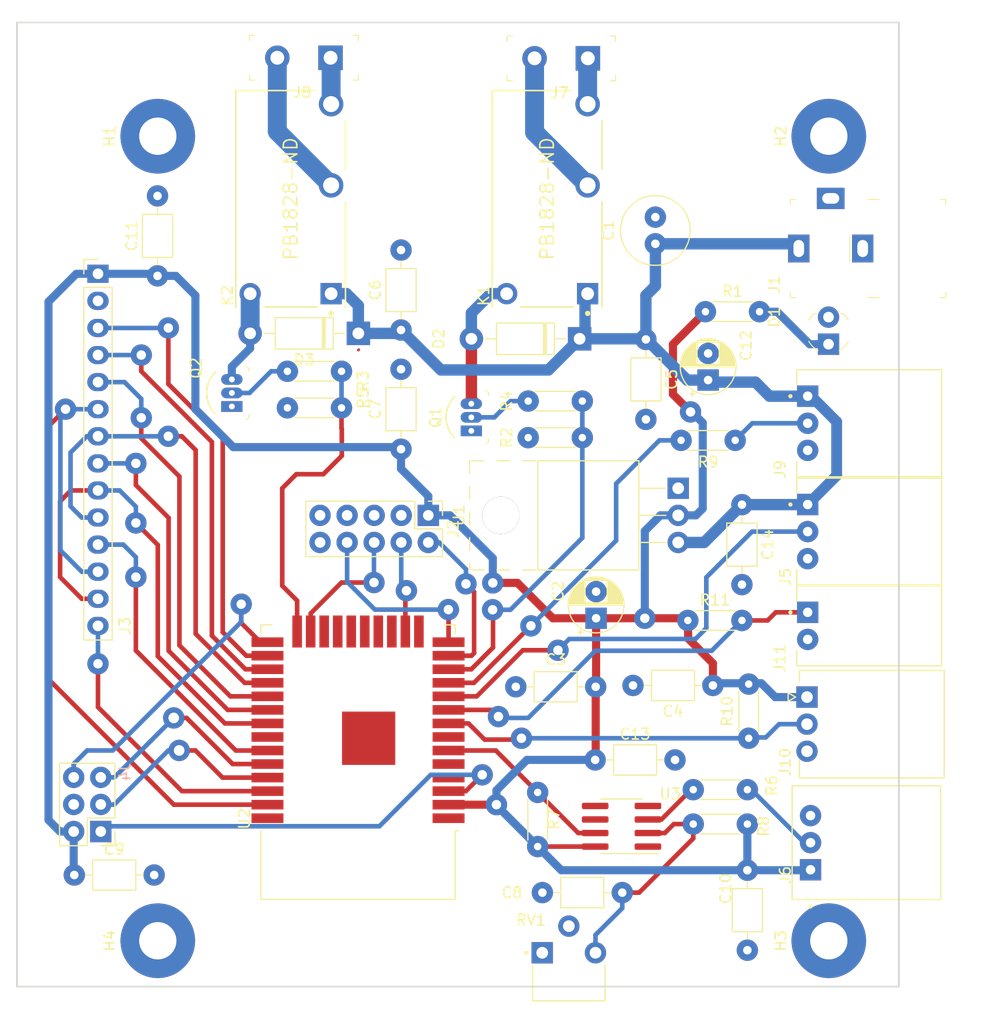
<source format=kicad_pcb>
(kicad_pcb (version 20211014) (generator pcbnew)
  (title_block (title "Sedna Hardware") (date "2022-03-01") (rev "1") (company "Authour: Liam-Thomas Flynn & Teng Zhao"))
  (layers (0 "F.Cu" signal) (31 "B.Cu" signal) (34 "B.Paste" user) (35 "F.Paste" user) (36 "B.SilkS" user "B.Silkscreen") (37 "F.SilkS" user "F.Silkscreen") (38 "B.Mask" user) (39 "F.Mask" user) (44 "Edge.Cuts" user))
  (net 0 "")
  (net 1 "+5V")
  (net 2 "GND")
  (net 3 "+3V3")
  (net 4 "Net-(D2-Pad2)")
  (net 5 "JTAG_TCK")
  (net 6 "JTAG_TDO")
  (net 7 "JTAG_TDI")
  (net 8 "PROG_EN")
  (net 9 "PROG_TXD0")
  (net 10 "PROG_RXD0")
  (net 11 "PROG_IO0")
  (net 12 "LCD_CS")
  (net 13 "LCD_RESET")
  (net 14 "LCD_DC{slash}RS")
  (net 15 "MOSI_LCD")
  (net 16 "LCD_TOUCH_CLK")
  (net 17 "FLOAT_SEN_IN")
  (net 18 "MISO_LCD")
  (net 19 "TOUCH_CS")
  (net 20 "TOUCH_IRQ")
  (net 21 "Net-(J6-Pad2)")
  (net 22 "SERVO_CTRL")
  (net 23 "TEMP_SEN_IN")
  (net 24 "LED_STRIP_CTRL")
  (net 25 "LIQUID_SEN_IN")
  (net 26 "Net-(Q2-Pad2)")
  (net 27 "RELAY_CTRL_1")
  (net 28 "RELAY_CTRL_2")
  (net 30 "Net-(Q1-Pad2)")
  (net 31 "LCD_Brightness")
  (net 32 "Net-(D1-Pad1)")
  (net 33 "Net-(D3-Pad2)")
  (net 35 "Net-(J7-Pad2)")
  (net 36 "Net-(J7-Pad1)")
  (net 37 "Net-(J8-Pad1)")
  (net 38 "Net-(J8-Pad2)")
  (net 50 "Net-(J9-Pad2)")
  (net 55 "Net-(C8-Pad1)")
  (net 56 "Net-(R6-Pad2)")
  (footprint "5-103361-1:TE_5-103361-1" (layer "F.Cu") (at 177.107 135.8565 90)
    (fp_text reference "J6")
    (fp_text value "5-103361-1")
  )
  (footprint "Capacitor_THT:C_Axial_L3.8mm_D2.6mm_P7.50mm_Horizontal" (layer "F.Cu") (at 161.651 86.116 -90)
    (fp_text reference "C5")
    (fp_text value "1uF")
  )
  (footprint "5-103634-2:TE_5-103634-2" (layer "F.Cu") (at 176.8395 93.98 -90)
    (fp_text reference "J9")
    (fp_text value "5-103634-2")
  )
  (footprint "Capacitor_THT:CP_Radial_D5.0mm_P2.50mm" (layer "F.Cu") (at 156.977 112.268 90)
    (fp_text reference "C2")
    (fp_text value "10uF")
  )
  (footprint "Resistor_THT:R_Axial_DIN0204_L3.6mm_D1.6mm_P5.08mm_Horizontal" (layer "F.Cu") (at 127.996 92.533)
    (fp_text reference "R3")
    (fp_text value "100k")
  )
  (footprint "Capacitor_THT:C_Axial_L3.8mm_D2.6mm_P7.50mm_Horizontal" (layer "F.Cu") (at 138.664 96.41 90)
    (fp_text reference "C7")
    (fp_text value "1uF")
  )
  (footprint "MountingHole:MountingHole_3.5mm_Pad" (layer "F.Cu") (at 178.821 142.511755 90)
    (fp_text reference "H3")
    (fp_text value "Mounting_Hole")
  )
  (footprint "eec:TE_Connectivity-1461352-2-MFG" (layer "F.Cu") (at 152.38001 72.925 90)
    (fp_text reference "K1")
    (fp_text value "PB1828-ND")
  )
  (footprint "Resistor_THT:R_Axial_DIN0204_L3.6mm_D1.6mm_P5.08mm_Horizontal" (layer "F.Cu") (at 151.491 133.681 90)
    (fp_text reference "R7")
    (fp_text value "10k")
  )
  (footprint "Capacitor_THT:C_Axial_L3.8mm_D2.6mm_P7.50mm_Horizontal" (layer "F.Cu") (at 138.664 85.234 90)
    (fp_text reference "C6")
    (fp_text value "1uF")
  )
  (footprint "Capacitor_THT:C_Axial_L3.8mm_D2.6mm_P7.50mm_Horizontal" (layer "F.Cu") (at 171.176 135.9 -90)
    (fp_text reference "C10")
    (fp_text value "1uF")
  )
  (footprint "MountingHole:MountingHole_3.5mm_Pad" (layer "F.Cu") (at 115.829 142.511762 90)
    (fp_text reference "H4")
    (fp_text value "Mounting_Hole")
  )
  (footprint "eec:TE_Connectivity-1461352-2-MFG" (layer "F.Cu") (at 128.299997 72.925 90)
    (fp_text reference "K2")
    (fp_text value "PB1828-ND")
  )
  (footprint "Capacitor_THT:C_Radial_D6.3mm_H5.0mm_P2.50mm" (layer "F.Cu") (at 162.54 77.146 90)
    (fp_text reference "C1")
    (fp_text value "100nF")
  )
  (footprint "Diode_THT:D_DO-41_SOD81_P10.16mm_Horizontal" (layer "F.Cu") (at 134.657004 85.548 180)
    (fp_text reference "D3")
    (fp_text value "1N4007")
  )
  (footprint "RF_Module:ESP32-WROOM-32" (layer "F.Cu") (at 134.625 122.766 180)
    (fp_text reference "U2")
    (fp_text value "ESP32-WROOM-32D-N16")
  )
  (footprint "digikey-footprints:Terminal_Block_D1.3mm_P5mm" (layer "F.Cu") (at 156.2 59.75 180)
    (fp_text reference "J7")
    (fp_text value "1935161")
  )
  (footprint "Diode_THT:D_DO-41_SOD81_P10.16mm_Horizontal" (layer "F.Cu") (at 155.428 86.056 180)
    (fp_text reference "D2")
    (fp_text value "1N4007")
  )
  (footprint "Resistor_THT:R_Axial_DIN0204_L3.6mm_D1.6mm_P5.08mm_Horizontal" (layer "F.Cu") (at 171.176 131.572 180)
    (fp_text reference "R8")
    (fp_text value "10k")
  )
  (footprint "Capacitor_THT:C_Axial_L3.8mm_D2.6mm_P7.50mm_Horizontal" (layer "F.Cu") (at 167.941 118.568 180)
    (fp_text reference "C4")
    (fp_text value "1uF")
  )
  (footprint "digikey-footprints:LED_3mm_Radial" (layer "F.Cu") (at 178.796 84.024 90)
    (fp_text reference "D1")
    (fp_text value "151033RS03000")
  )
  (footprint "MountingHole:MountingHole_3.5mm_Pad" (layer "F.Cu") (at 115.829 67.056 90)
    (fp_text reference "H1")
    (fp_text value "Mounting_Hole")
  )
  (footprint "Resistor_THT:R_Axial_DIN0204_L3.6mm_D1.6mm_P5.08mm_Horizontal" (layer "F.Cu") (at 165.588 112.472)
    (fp_text reference "R11")
    (fp_text value "10k")
  )
  (footprint "Capacitor_THT:C_Axial_L3.8mm_D2.6mm_P7.50mm_Horizontal" (layer "F.Cu") (at 107.99 136.348)
    (fp_text reference "C9")
    (fp_text value "1uF")
  )
  (footprint "5-103634-2:TE_5-103634-2" (layer "F.Cu") (at 176.8395 104.14 -90)
    (fp_text reference "J5")
    (fp_text value "5-103634-2")
  )
  (footprint "digikey-footprints:Terminal_Block_D1.3mm_P5mm" (layer "F.Cu") (at 132.050003 59.700008 180)
    (fp_text reference "J8")
    (fp_text value "1935161")
  )
  (footprint "2-103634-9:TE_2-103634-9" (layer "F.Cu") (at 176.8395 112.98 -90)
    (fp_text reference "J11")
    (fp_text value "5-103634-1")
  )
  (footprint "Resistor_THT:R_Axial_DIN0204_L3.6mm_D1.6mm_P5.08mm_Horizontal" (layer "F.Cu") (at 171.303 118.441 -90)
    (fp_text reference "R10")
    (fp_text value "110")
  )
  (footprint "Resistor_THT:R_Axial_DIN0204_L3.6mm_D1.6mm_P5.08mm_Horizontal" (layer "F.Cu") (at 167.239 83.516)
    (fp_text reference "R1")
    (fp_text value "300")
  )
  (footprint "5-103735-2:MOLEX_1719740003" (layer "F.Cu") (at 176.775 119.6602 90)
    (fp_text reference "J10")
    (fp_text value "5-103735-2")
  )
  (footprint "Connector_PinHeader_2.54mm:PinHeader_2x03_P2.54mm_Vertical" (layer "F.Cu") (at 110.475 132.269 180)
    (fp_text reference "J4")
    (fp_text value "0878340619")
  )
  (footprint "Capacitor_THT:C_Axial_L3.8mm_D2.6mm_P7.50mm_Horizontal" (layer "F.Cu") (at 156.937 118.695 180)
    (fp_text reference "C3")
    (fp_text value "1uF")
  )
  (footprint "3306K-1-103:TRIM_3306K-1-103" (layer "F.Cu") (at 154.418 144.642)
    (fp_text reference "RV1")
    (fp_text value "10k")
  )
  (footprint "Capacitor_THT:CP_Radial_D5.0mm_P2.50mm" (layer "F.Cu") (at 167.493 89.928113 90)
    (fp_text reference "C12")
    (fp_text value "47uF")
  )
  (footprint "Connector_PinHeader_2.54mm:PinHeader_2x05_P2.54mm_Vertical" (layer "F.Cu") (at 141.224 102.616 -90)
    (fp_text reference "J2")
    (fp_text value "61201021721")
  )
  (footprint "Capacitor_THT:C_Axial_L3.8mm_D2.6mm_P7.50mm_Horizontal" (layer "F.Cu") (at 170.668 101.61 -90)
    (fp_text reference "C14")
    (fp_text value "1uF")
  )
  (footprint "Package_SO:SOIC-8_3.9x4.9mm_P1.27mm" (layer "F.Cu") (at 159.365 131.776 180)
    (fp_text reference "U3")
    (fp_text value "LM6511IMX/NOPB")
  )
  (footprint "Resistor_THT:R_Axial_DIN0204_L3.6mm_D1.6mm_P5.08mm_Horizontal" (layer "F.Cu") (at 171.176 128.347 180)
    (fp_text reference "R6")
    (fp_text value "10k")
  )
  (footprint "Connector_PinHeader_2.54mm:PinHeader_1x14_P2.54mm_Vertical" (layer "F.Cu") (at 110.216 79.96)
    (fp_text reference "J3")
    (fp_text value "PPTC141LFBN-RC")
  )
  (footprint "digikey-footprints:Barrel_Jack_5.5mmODx2.1mmID_PJ-102A" (layer "F.Cu") (at 179.002 77.589 -90)
    (fp_text reference "J1")
    (fp_text value "PJ-102A")
  )
  (footprint "digikey-footprints:TO-92-3" (layer "F.Cu") (at 145.262 94.692 90)
    (fp_text reference "Q1")
    (fp_text value "2N7000-D75Z")
  )
  (footprint "Resistor_THT:R_Axial_DIN0204_L3.6mm_D1.6mm_P5.08mm_Horizontal" (layer "F.Cu") (at 155.682 91.898 180)
    (fp_text reference "R4")
    (fp_text value "1k")
  )
  (footprint "Capacitor_THT:C_Axial_L3.8mm_D2.6mm_P7.50mm_Horizontal" (layer "F.Cu") (at 115.804 80.154 90)
    (fp_text reference "C11")
    (fp_text value "1uF")
  )
  (footprint "Capacitor_THT:C_Axial_L3.8mm_D2.6mm_P7.50mm_Horizontal" (layer "F.Cu") (at 159.432 137.999 180)
    (fp_text reference "C8")
    (fp_text value "1uF")
  )
  (footprint "Capacitor_THT:C_Axial_L3.8mm_D2.6mm_P7.50mm_Horizontal" (layer "F.Cu") (at 156.885 125.553)
    (fp_text reference "C13")
    (fp_text value "1uF")
  )
  (footprint "Package_TO_SOT_THT:TO-220-3_Horizontal_TabUp" (layer "F.Cu") (at 164.683 100.076 -90)
    (fp_text reference "U1")
    (fp_text value "LD1117V33")
  )
  (footprint "MountingHole:MountingHole_3.5mm_Pad" (layer "F.Cu") (at 178.821 67.056 90)
    (fp_text reference "H2")
    (fp_text value "Mounting_Hole")
  )
  (footprint "Resistor_THT:R_Axial_DIN0204_L3.6mm_D1.6mm_P5.08mm_Horizontal" (layer "F.Cu") (at 133.076 89.104 180)
    (fp_text reference "R5")
    (fp_text value "1k")
  )
  (footprint "digikey-footprints:TO-92-3" (layer "F.Cu") (at 122.783 92.406 90)
    (fp_text reference "Q2")
    (fp_text value "2N7000-D75Z")
  )
  (footprint "Resistor_THT:R_Axial_DIN0204_L3.6mm_D1.6mm_P5.08mm_Horizontal" (layer "F.Cu") (at 150.602 95.327)
    (fp_text reference "R2")
    (fp_text value "100k")
  )
  (footprint "Resistor_THT:R_Axial_DIN0204_L3.6mm_D1.6mm_P5.08mm_Horizontal" (layer "F.Cu") (at 164.953 95.581)
    (fp_text reference "R9")
    (fp_text value "1k")
  )
  (gr_line (start 185.4 56.388) (end 102.616 56.388) (layer "Edge.Cuts") (width 0.15))
  (gr_line (start 102.616 56.388) (end 102.616 146.812) (layer "Edge.Cuts") (width 0.15))
  (gr_line (start 102.616 146.812) (end 185.4 146.812) (layer "Edge.Cuts") (width 0.15))
  (gr_line (start 185.4 146.812) (end 185.4 56.388) (layer "Edge.Cuts") (width 0.15))
  (segment (start 134.697 87.075) (end 134.657 87.115) (width 0.25) (layer "F.Cu") (net 1))
  (segment (start 152.507 88.977) (end 155.428 86.056) (width 1.0668) (layer "B.Cu") (net 1))
  (segment (start 167.684887 90.12) (end 171.938 90.12) (width 1.0668) (layer "B.Cu") (net 1))
  (segment (start 138.35 85.548) (end 138.664 85.234) (width 1.0668) (layer "B.Cu") (net 1))
  (segment (start 142.407 88.977) (end 152.507 88.977) (width 1.0668) (layer "B.Cu") (net 1))
  (segment (start 156.18001 81.825) (end 155.936 82.06901) (width 1.0668) (layer "B.Cu") (net 1))
  (segment (start 173.258 91.44) (end 176.8395 91.44) (width 1.0668) (layer "B.Cu") (net 1))
  (segment (start 177.167825 91.44) (end 179.558 93.830175) (width 1.016) (layer "B.Cu") (net 1))
  (segment (start 171.186 101.6) (end 170.668 102.118) (width 0.4318) (layer "B.Cu") (net 1))
  (segment (start 171.938 90.12) (end 173.258 91.44) (width 1.0668) (layer "B.Cu") (net 1))
  (segment (start 155.936 85.548) (end 155.428 86.056) (width 1.0668) (layer "B.Cu") (net 1))
  (segment (start 165.523113 89.928113) (end 161.778 86.183) (width 1.0668) (layer "B.Cu") (net 1))
  (segment (start 167.493 89.928113) (end 167.684887 90.12) (width 1.0668) (layer "B.Cu") (net 1))
  (segment (start 132.099997 81.825) (end 133.544 81.825) (width 1.0668) (layer "B.Cu") (net 1))
  (segment (start 134.657004 82.938004) (end 134.657004 85.548) (width 1.0668) (layer "B.Cu") (net 1))
  (segment (start 162.54 81.103) (end 162.54 77.146) (width 1.0668) (layer "B.Cu") (net 1))
  (segment (start 164.683 105.156) (end 167.122 105.156) (width 1.0668) (layer "B.Cu") (net 1))
  (segment (start 179.558 98.8815) (end 176.8395 101.6) (width 1.016) (layer "B.Cu") (net 1))
  (segment (start 167.493 89.928113) (end 165.523113 89.928113) (width 1.0668) (layer "B.Cu") (net 1))
  (segment (start 175.559 77.146) (end 176.002 77.589) (width 1.0668) (layer "B.Cu") (net 1))
  (segment (start 138.664 85.234) (end 142.407 88.977) (width 1.0668) (layer "B.Cu") (net 1))
  (segment (start 161.651 86.116) (end 161.651 81.992) (width 1.0668) (layer "B.Cu") (net 1))
  (segment (start 176.8295 101.61) (end 176.8395 101.6) (width 1.0668) (layer "B.Cu") (net 1))
  (segment (start 162.54 77.146) (end 175.559 77.146) (width 1.0668) (layer "B.Cu") (net 1))
  (segment (start 161.651 81.992) (end 162.54 81.103) (width 1.0668) (layer "B.Cu") (net 1))
  (segment (start 179.558 93.830175) (end 179.558 98.8815) (width 1.016) (layer "B.Cu") (net 1))
  (segment (start 134.657004 85.548) (end 138.35 85.548) (width 1.0668) (layer "B.Cu") (net 1))
  (segment (start 175.89 77.146) (end 176.002 77.258) (width 1.0668) (layer "B.Cu") (net 1))
  (segment (start 170.668 101.61) (end 176.8295 101.61) (width 1.0668) (layer "B.Cu") (net 1))
  (segment (start 155.936 82.06901) (end 155.936 85.548) (width 1.0668) (layer "B.Cu") (net 1))
  (segment (start 133.544 81.825) (end 134.657004 82.938004) (width 1.0668) (layer "B.Cu") (net 1))
  (segment (start 161.457 86.056) (end 155.428 86.056) (width 1.0668) (layer "B.Cu") (net 1))
  (segment (start 167.122 105.156) (end 170.668 101.61) (width 1.0668) (layer "B.Cu") (net 1))
  (segment (start 161.778 86.183) (end 161.778 85.802) (width 1.0668) (layer "B.Cu") (net 1))
  (segment (start 165.613 114.163) (end 167.941 116.491) (width 0.762) (layer "F.Cu") (net 3))
  (segment (start 164.191 86.564) (end 167.239 83.516) (width 0.762) (layer "F.Cu") (net 3))
  (segment (start 149.596114 108.951114) (end 152.913 112.268) (width 0.762) (layer "F.Cu") (net 3))
  (segment (start 147.278527 108.951114) (end 149.596114 108.951114) (width 0.762) (layer "F.Cu") (net 3))
  (segment (start 164.191 91.263) (end 164.191 86.564) (width 0.762) (layer "F.Cu") (net 3))
  (segment (start 156.977 118.324) (end 156.937 118.364) (width 0.762) (layer "F.Cu") (net 3))
  (segment (start 156.937 118.364) (end 156.937 124.54) (width 0.762) (layer "F.Cu") (net 3))
  (segment (start 161.549 112.268) (end 157.358 112.268) (width 0.762) (layer "F.Cu") (net 3))
  (segment (start 167.941 116.491) (end 167.941 118.568) (width 0.762) (layer "F.Cu") (net 3))
  (segment (start 147.622 129.751) (end 143.125 129.751) (width 0.762) (layer "F.Cu") (net 3))
  (segment (start 161.549 112.268) (end 165.613 112.268) (width 0.762) (layer "F.Cu") (net 3))
  (segment (start 171.176 131.776) (end 171.176 131.572) (width 0.762) (layer "F.Cu") (net 3))
  (segment (start 165.613 112.268) (end 165.613 114.163) (width 0.762) (layer "F.Cu") (net 3))
  (segment (start 152.913 112.268) (end 156.977 112.268) (width 0.762) (layer "F.Cu") (net 3))
  (segment (start 151.491 133.681) (end 156.89 133.681) (width 0.4318) (layer "F.Cu") (net 3))
  (segment (start 156.977 112.268) (end 156.977 118.324) (width 0.762) (layer "F.Cu") (net 3))
  (segment (start 165.842 92.914) (end 164.191 91.263) (width 0.762) (layer "F.Cu") (net 3))
  (via (at 147.278527 108.951114) (size 2) (drill 0.889) (layers "F.Cu" "B.Cu") (net 3))
  (via (at 147.622 129.751) (size 2) (drill 0.889) (layers "F.Cu" "B.Cu") (net 3))
  (via (at 161.549 112.268) (size 2) (drill 0.889) (layers "F.Cu" "B.Cu") (net 3))
  (via (at 165.842 92.914) (size 2) (drill 0.889) (layers "F.Cu" "B.Cu") (net 3))
  (segment (start 105.569749 82.574251) (end 105.569749 131.193749) (width 0.762) (layer "B.Cu") (net 3))
  (segment (start 117.522 80.154) (end 115.804 80.154) (width 0.762) (layer "B.Cu") (net 3))
  (segment (start 147.622 128.406) (end 147.622 129.751) (width 0.762) (layer "B.Cu") (net 3))
  (segment (start 108.184 79.96) (end 105.569749 82.574251) (width 0.762) (layer "B.Cu") (net 3))
  (segment (start 138.664 96.41) (end 138.47 96.216) (width 0.762) (layer "B.Cu") (net 3))
  (segment (start 143.261 102.616) (end 141.224 102.616) (width 0.762) (layer "B.Cu") (net 3))
  (segment (start 151.491 133.681) (end 153.71 135.9) (width 0.762) (layer "B.Cu") (net 3))
  (segment (start 165.969 92.914) (end 166.985 93.93) (width 0.762) (layer "B.Cu") (net 3))
  (segment (start 153.71 135.9) (end 171.176 135.9) (width 0.762) (layer "B.Cu") (net 3))
  (segment (start 166.35 102.616) (end 164.683 102.616) (width 0.762) (layer "B.Cu") (net 3))
  (segment (start 105.569749 131.193749) (end 106.645 132.269) (width 0.762) (layer "B.Cu") (net 3))
  (segment (start 156.885 125.553) (end 150.475 125.553) (width 0.762) (layer "B.Cu") (net 3))
  (segment (start 172.496 118.364) (end 173.7922 119.6602) (width 0.762) (layer "B.Cu") (net 3))
  (segment (start 165.191 102.616) (end 165.105 102.616) (width 0.25) (layer "B.Cu") (net 3))
  (segment (start 122.916 96.216) (end 119.36 92.66) (width 0.762) (layer "B.Cu") (net 3))
  (segment (start 165.842 92.914) (end 165.969 92.914) (width 0.762) (layer "B.Cu") (net 3))
  (segment (start 166.985 101.981) (end 166.35 102.616) (width 0.762) (layer "B.Cu") (net 3))
  (segment (start 165.320055 102.616) (end 165.191 102.616) (width 0.762) (layer "B.Cu") (net 3))
  (segment (start 107.935 135.6395) (end 108.6435 136.348) (width 0.762) (layer "B.Cu") (net 3))
  (segment (start 177.0635 135.9) (end 177.107 135.8565) (width 0.762) (layer "B.Cu") (net 3))
  (segment (start 157.358 112.268) (end 157.485 112.268) (width 0.25) (layer "B.Cu") (net 3))
  (segment (start 167.336 118.364) (end 172.496 118.364) (width 0.762) (layer "B.Cu") (net 3))
  (segment (start 166.985 93.93) (end 166.985 101.981) (width 0.762) (layer "B.Cu") (net 3))
  (segment (start 161.549 104.083) (end 161.549 112.268) (width 0.762) (layer "B.Cu") (net 3))
  (segment (start 119.36 92.66) (end 119.36 81.992) (width 0.762) (layer "B.Cu") (net 3))
  (segment (start 147.622 129.812) (end 151.491 133.681) (width 0.762) (layer "B.Cu") (net 3))
  (segment (start 171.176 135.9) (end 177.0635 135.9) (width 0.762) (layer "B.Cu") (net 3))
  (segment (start 165.461 92.66) (end 165.588 92.66) (width 0.762) (layer "B.Cu") (net 3))
  (segment (start 171.176 131.572) (end 171.176 135.9) (width 0.762) (layer "B.Cu") (net 3))
  (segment (start 147.278527 108.951114) (end 147.278527 106.633527) (width 0.762) (layer "B.Cu") (net 3))
  (segment (start 107.935 132.269) (end 107.935 135.6395) (width 0.762) (layer "B.Cu") (net 3))
  (segment (start 138.47 96.216) (end 122.916 96.216) (width 0.762) (layer "B.Cu") (net 3))
  (segment (start 138.664 98.248) (end 141.224 100.808) (width 0.762) (layer "B.Cu") (net 3))
  (segment (start 106.645 132.269) (end 107.935 132.269) (width 0.762) (layer "B.Cu") (net 3))
  (segment (start 141.224 100.808) (end 141.224 102.616) (width 0.762) (layer "B.Cu") (net 3))
  (segment (start 147.278527 106.633527) (end 143.261 102.616) (width 0.762) (layer "B.Cu") (net 3))
  (segment (start 119.36 81.992) (end 117.522 80.154) (width 0.762) (layer "B.Cu") (net 3))
  (segment (start 138.664 96.41) (end 138.664 98.248) (width 0.762) (layer "B.Cu") (net 3))
  (segment (start 173.7922 119.6602) (end 176.775 119.6602) (width 0.762) (layer "B.Cu") (net 3))
  (segment (start 164.683 102.616) (end 163.016 102.616) (width 0.762) (layer "B.Cu") (net 3))
  (segment (start 110.216 79.96) (end 108.184 79.96) (width 0.762) (layer "B.Cu") (net 3))
  (segment (start 167.325 118.375) (end 167.336 118.364) (width 0.762) (layer "B.Cu") (net 3))
  (segment (start 150.475 125.553) (end 147.622 128.406) (width 0.762) (layer "B.Cu") (net 3))
  (segment (start 165.588 92.66) (end 165.842 92.914) (width 0.762) (layer "B.Cu") (net 3))
  (segment (start 163.016 102.616) (end 161.549 104.083) (width 0.762) (layer "B.Cu") (net 3))
  (segment (start 110.216 79.96) (end 115.336 79.96) (width 0.762) (layer "B.Cu") (net 3))
  (segment (start 147.622 129.751) (end 147.622 129.812) (width 0.762) (layer "B.Cu") (net 3))
  (segment (start 145.268 86.056) (end 145.268 91.74738) (width 1.0668) (layer "F.Cu") (net 4))
  (segment (start 145.268 91.74738) (end 145.389 91.86838) (width 1.0668) (layer "F.Cu") (net 4))
  (segment (start 148.58001 81.825) (end 147.086 81.825) (width 1.0668) (layer "B.Cu") (net 4))
  (segment (start 145.268 83.643) (end 145.268 86.056) (width 1.0668) (layer "B.Cu") (net 4))
  (segment (start 147.086 81.825) (end 145.268 83.643) (width 1.0668) (layer "B.Cu") (net 4))
  (segment (start 139.172 109.682415) (end 139.07 109.784415) (width 0.4318) (layer "F.Cu") (net 5))
  (segment (start 138.684 105.669) (end 139.197 105.156) (width 0.4318) (layer "F.Cu") (net 5))
  (segment (start 139.197 105.669) (end 138.684 105.156) (width 0.4318) (layer "F.Cu") (net 5))
  (segment (start 139.07 109.784415) (end 139.07 113.511) (width 0.4318) (layer "F.Cu") (net 5))
  (via (at 139.172 109.682415) (size 2) (drill 0.889) (layers "F.Cu" "B.Cu") (net 5))
  (segment (start 138.684 109.194415) (end 138.684 105.156) (width 0.4318) (layer "B.Cu") (net 5))
  (segment (start 139.172 109.682415) (end 138.684 109.194415) (width 0.4318) (layer "B.Cu") (net 5))
  (segment (start 136.144 105.161) (end 136.144 105.156) (width 0.4318) (layer "F.Cu") (net 6))
  (segment (start 136.124 108.916) (end 133.076 108.916) (width 0.4318) (layer "F.Cu") (net 6))
  (segment (start 130.18 111.812) (end 130.18 113.511) (width 0.4318) (layer "F.Cu") (net 6))
  (segment (start 133.076 108.916) (end 130.18 111.812) (width 0.4318) (layer "F.Cu") (net 6))
  (via (at 136.124 108.916) (size 2) (drill 0.889) (layers "F.Cu" "B.Cu") (net 6))
  (segment (start 136.124 108.916) (end 136.124 105.176) (width 0.4318) (layer "B.Cu") (net 6))
  (segment (start 136.124 105.176) (end 136.144 105.156) (width 0.4318) (layer "B.Cu") (net 6))
  (segment (start 143.109 111.456) (end 143.125 111.472) (width 0.4318) (layer "F.Cu") (net 7))
  (segment (start 143.125 111.472) (end 143.125 114.511) (width 0.4318) (layer "F.Cu") (net 7))
  (via (at 143.109 111.456) (size 2) (drill 0.889) (layers "F.Cu" "B.Cu") (net 7))
  (segment (start 143.109 111.456) (end 136.208767 111.456) (width 0.4318) (layer "B.Cu") (net 7))
  (segment (start 136.208767 111.456) (end 133.604 108.851233) (width 0.4318) (layer "B.Cu") (net 7))
  (segment (start 133.604 108.851233) (end 133.604 105.156) (width 0.4318) (layer "B.Cu") (net 7))
  (segment (start 144.753 128.481) (end 143.125 128.481) (width 0.4318) (layer "F.Cu") (net 8))
  (segment (start 146.284 126.95) (end 144.753 128.481) (width 0.4318) (layer "F.Cu") (net 8))
  (via (at 146.284 126.95) (size 2) (drill 0.889) (layers "F.Cu" "B.Cu") (net 8))
  (segment (start 146.284 126.95) (end 141.458 126.95) (width 0.4318) (layer "B.Cu") (net 8))
  (segment (start 136.632 131.776) (end 110.968 131.776) (width 0.4318) (layer "B.Cu") (net 8))
  (segment (start 141.458 126.95) (end 136.632 131.776) (width 0.4318) (layer "B.Cu") (net 8))
  (segment (start 110.968 131.776) (end 110.475 132.269) (width 0.4318) (layer "B.Cu") (net 8))
  (segment (start 121.907 127.211) (end 126.125 127.211) (width 0.4318) (layer "F.Cu") (net 9))
  (segment (start 117.836 124.664) (end 119.36 124.664) (width 0.4318) (layer "F.Cu") (net 9))
  (segment (start 119.36 124.664) (end 121.907 127.211) (width 0.4318) (layer "F.Cu") (net 9))
  (via (at 117.836 124.664) (size 2) (drill 1) (layers "F.Cu" "B.Cu") (net 9))
  (segment (start 111.74 129.744) (end 110.49 129.744) (width 0.4318) (layer "B.Cu") (net 9))
  (segment (start 117.836 124.664) (end 116.82 124.664) (width 0.4318) (layer "B.Cu") (net 9))
  (segment (start 110.49 129.744) (end 110.475 129.729) (width 0.4318) (layer "B.Cu") (net 9))
  (segment (start 116.82 124.664) (end 111.74 129.744) (width 0.4318) (layer "B.Cu") (net 9))
  (segment (start 122.859812 125.941) (end 126.125 125.941) (width 0.4318) (layer "F.Cu") (net 10))
  (segment (start 118.534812 121.616) (end 122.859812 125.941) (width 0.4318) (layer "F.Cu") (net 10))
  (segment (start 117.328 121.616) (end 118.534812 121.616) (width 0.4318) (layer "F.Cu") (net 10))
  (via (at 117.328 121.616) (size 2) (drill 1) (layers "F.Cu" "B.Cu") (net 10))
  (segment (start 111.755 127.189) (end 110.475 127.189) (width 0.4318) (layer "B.Cu") (net 10))
  (segment (start 117.328 121.616) (end 111.755 127.189) (width 0.4318) (layer "B.Cu") (net 10))
  (segment (start 126.125 114.511) (end 125.184 114.511) (width 0.254) (layer "F.Cu") (net 11))
  (segment (start 123.6611 112.7091) (end 125.463 114.511) (width 0.4318) (layer "F.Cu") (net 11))
  (segment (start 125.463 114.511) (end 126.125 114.511) (width 0.4318) (layer "F.Cu") (net 11))
  (segment (start 123.6611 110.948) (end 123.6611 112.7091) (width 0.4318) (layer "F.Cu") (net 11))
  (via (at 123.6611 110.948) (size 2) (drill 0.889) (layers "F.Cu" "B.Cu") (net 11))
  (segment (start 123.6611 110.948) (end 123.6611 112.60745) (width 0.4318) (layer "B.Cu") (net 11))
  (segment (start 123.6611 112.60745) (end 111.60455 124.664) (width 0.4318) (layer "B.Cu") (net 11))
  (segment (start 109.2 124.664) (end 107.935 125.929) (width 0.4318) (layer "B.Cu") (net 11))
  (segment (start 107.935 125.929) (end 107.935 127.189) (width 0.4318) (layer "B.Cu") (net 11))
  (segment (start 111.60455 124.664) (end 109.2 124.664) (width 0.4318) (layer "B.Cu") (net 11))
  (segment (start 124.135507 115.781) (end 126.125 115.781) (width 0.4318) (layer "F.Cu") (net 12))
  (segment (start 116.82 85.04) (end 116.82 90.29764) (width 0.4318) (layer "F.Cu") (net 12))
  (segment (start 121.925 95.40264) (end 121.925 113.570493) (width 0.4318) (layer "F.Cu") (net 12))
  (segment (start 116.82 90.29764) (end 121.925 95.40264) (width 0.4318) (layer "F.Cu") (net 12))
  (segment (start 121.925 113.570493) (end 124.135507 115.781) (width 0.4318) (layer "F.Cu") (net 12))
  (via (at 116.82 85.04) (size 2) (drill 0.889) (layers "F.Cu" "B.Cu") (net 12))
  (segment (start 116.82 85.04) (end 110.216 85.04) (width 0.4318) (layer "B.Cu") (net 12))
  (segment (start 124.059147 117.051) (end 126.125 117.051) (width 0.4318) (layer "F.Cu") (net 13))
  (segment (start 120.909 95.733) (end 120.909 113.900853) (width 0.4318) (layer "F.Cu") (net 13))
  (segment (start 125.481 116.84) (end 125.084978 116.84) (width 0.25) (layer "F.Cu") (net 13))
  (segment (start 120.909 113.900853) (end 124.059147 117.051) (width 0.4318) (layer "F.Cu") (net 13))
  (segment (start 114.28 87.58) (end 114.28 89.104) (width 0.4318) (layer "F.Cu") (net 13))
  (segment (start 126.125 117.051) (end 125.692 117.051) (width 0.25) (layer "F.Cu") (net 13))
  (segment (start 125.692 117.051) (end 125.481 116.84) (width 0.25) (layer "F.Cu") (net 13))
  (segment (start 114.28 89.104) (end 120.909 95.733) (width 0.4318) (layer "F.Cu") (net 13))
  (via (at 114.28 87.58) (size 2) (drill 0.889) (layers "F.Cu" "B.Cu") (net 13))
  (segment (start 114.28 87.58) (end 110.216 87.58) (width 0.4318) (layer "B.Cu") (net 13))
  (segment (start 117.861 98.975234) (end 117.861 114.808) (width 0.4318) (layer "F.Cu") (net 14))
  (segment (start 122.644 119.591) (end 126.125 119.591) (width 0.4318) (layer "F.Cu") (net 14))
  (segment (start 114.28 93.4639) (end 114.28 95.394234) (width 0.4318) (layer "F.Cu") (net 14))
  (segment (start 117.861 114.808) (end 122.644 119.591) (width 0.4318) (layer "F.Cu") (net 14))
  (segment (start 114.28 95.394234) (end 117.861 98.975234) (width 0.4318) (layer "F.Cu") (net 14))
  (segment (start 126.125 119.591) (end 125.0295 119.591) (width 0.25) (layer "F.Cu") (net 14))
  (via (at 114.28 93.4639) (size 2) (drill 0.889) (layers "F.Cu" "B.Cu") (net 14))
  (segment (start 114.28 91.691546) (end 112.708454 90.12) (width 0.4318) (layer "B.Cu") (net 14))
  (segment (start 114.28 93.4639) (end 114.28 91.691546) (width 0.4318) (layer "B.Cu") (net 14))
  (segment (start 112.708454 90.12) (end 110.216 90.12) (width 0.4318) (layer "B.Cu") (net 14))
  (segment (start 105.415 117.831) (end 117.335 129.751) (width 0.4318) (layer "F.Cu") (net 15))
  (segment (start 117.335 129.751) (end 126.125 129.751) (width 0.4318) (layer "F.Cu") (net 15))
  (segment (start 107.168 92.66) (end 105.415 94.413) (width 0.4318) (layer "F.Cu") (net 15))
  (segment (start 105.415 94.413) (end 105.415 117.831) (width 0.4318) (layer "F.Cu") (net 15))
  (via (at 107.168 92.66) (size 2) (drill 0.889) (layers "F.Cu" "B.Cu") (net 15))
  (segment (start 107.168 92.66) (end 106.686869 93.141131) (width 0.4318) (layer "B.Cu") (net 15))
  (segment (start 106.686869 93.141131) (end 106.686869 105.894869) (width 0.4318) (layer "B.Cu") (net 15))
  (segment (start 107.168 92.66) (end 110.216 92.66) (width 0.4318) (layer "B.Cu") (net 15))
  (segment (start 106.686869 105.894869) (end 108.692 107.9) (width 0.4318) (layer "B.Cu") (net 15))
  (segment (start 108.692 107.9) (end 110.216 107.9) (width 0.4318) (layer "B.Cu") (net 15))
  (segment (start 123.982788 118.321) (end 126.125 118.321) (width 0.4318) (layer "F.Cu") (net 16))
  (segment (start 119.385 96.495) (end 119.385 113.723212) (width 0.4318) (layer "F.Cu") (net 16))
  (segment (start 116.82 95.2) (end 118.09 95.2) (width 0.4318) (layer "F.Cu") (net 16))
  (segment (start 119.385 113.723212) (end 123.982788 118.321) (width 0.4318) (layer "F.Cu") (net 16))
  (segment (start 118.09 95.2) (end 119.385 96.495) (width 0.4318) (layer "F.Cu") (net 16))
  (via (at 116.82 95.2) (size 2) (drill 0.889) (layers "F.Cu" "B.Cu") (net 16))
  (segment (start 109.162889 95.2) (end 107.638889 96.724) (width 0.4318) (layer "B.Cu") (net 16))
  (segment (start 107.638889 96.724) (end 107.638889 101.766889) (width 0.4318) (layer "B.Cu") (net 16))
  (segment (start 107.638889 101.766889) (end 108.692 102.82) (width 0.4318) (layer "B.Cu") (net 16))
  (segment (start 108.692 102.82) (end 110.216 102.82) (width 0.4318) (layer "B.Cu") (net 16))
  (segment (start 110.216 95.2) (end 109.162889 95.2) (width 0.4318) (layer "B.Cu") (net 16))
  (segment (start 116.82 95.2) (end 110.216 95.2) (width 0.4318) (layer "B.Cu") (net 16))
  (segment (start 170.668 112.472) (end 173.081 112.472) (width 0.4318) (layer "F.Cu") (net 17))
  (segment (start 147.18 120.861) (end 143.125 120.861) (width 0.4318) (layer "F.Cu") (net 17))
  (segment (start 147.808 121.489) (end 147.18 120.861) (width 0.4318) (layer "F.Cu") (net 17))
  (segment (start 173.081 112.472) (end 173.843 111.71) (width 0.4318) (layer "F.Cu") (net 17))
  (segment (start 173.843 111.71) (end 176.8395 111.71) (width 0.4318) (layer "F.Cu") (net 17))
  (via (at 147.808 121.489) (size 2) (drill 0.889) (layers "F.Cu" "B.Cu") (net 17))
  (segment (start 156.902 115.316) (end 167.824 115.316) (width 0.4318) (layer "B.Cu") (net 17))
  (segment (start 150.602 121.616) (end 156.902 115.316) (width 0.4318) (layer "B.Cu") (net 17))
  (segment (start 147.935 121.616) (end 150.602 121.616) (width 0.4318) (layer "B.Cu") (net 17))
  (segment (start 147.808 121.489) (end 147.935 121.616) (width 0.4318) (layer "B.Cu") (net 17))
  (segment (start 170.693 113.284) (end 170.693 112.268) (width 0.4318) (layer "B.Cu") (net 17))
  (segment (start 167.824 115.316) (end 170.668 112.472) (width 0.4318) (layer "B.Cu") (net 17))
  (segment (start 108.692 110.44) (end 110.216 110.44) (width 0.4318) (layer "F.Cu") (net 18))
  (segment (start 115.829 105.385) (end 115.829 115.824) (width 0.4318) (layer "F.Cu") (net 18))
  (segment (start 106.66 101.296) (end 106.66 108.408) (width 0.4318) (layer "F.Cu") (net 18))
  (segment (start 110.216 100.28) (end 107.676 100.28) (width 0.4318) (layer "F.Cu") (net 18))
  (segment (start 115.829 115.824) (end 122.136 122.131) (width 0.4318) (layer "F.Cu") (net 18))
  (segment (start 113.772 103.328) (end 115.829 105.385) (width 0.4318) (layer "F.Cu") (net 18))
  (segment (start 107.676 100.28) (end 106.66 101.296) (width 0.4318) (layer "F.Cu") (net 18))
  (segment (start 122.136 122.131) (end 126.125 122.131) (width 0.4318) (layer "F.Cu") (net 18))
  (segment (start 106.66 108.408) (end 108.692 110.44) (width 0.4318) (layer "F.Cu") (net 18))
  (via (at 113.772 103.328) (size 2) (drill 0.889) (layers "F.Cu" "B.Cu") (net 18))
  (segment (start 113.772 101.804) (end 112.248 100.28) (width 0.4318) (layer "B.Cu") (net 18))
  (segment (start 109.912 100.584) (end 110.216 100.28) (width 0.4318) (layer "B.Cu") (net 18))
  (segment (start 112.248 100.28) (end 110.216 100.28) (width 0.4318) (layer "B.Cu") (net 18))
  (segment (start 113.772 103.328) (end 113.772 101.804) (width 0.4318) (layer "B.Cu") (net 18))
  (segment (start 113.772 108.408) (end 113.772 115.291) (width 0.4318) (layer "F.Cu") (net 19))
  (segment (start 110.216 105.36) (end 109.912 105.664) (width 0.4318) (layer "F.Cu") (net 19))
  (segment (start 123.152 124.671) (end 126.125 124.671) (width 0.4318) (layer "F.Cu") (net 19))
  (segment (start 126.125 124.671) (end 125.295978 124.671) (width 0.25) (layer "F.Cu") (net 19))
  (segment (start 113.772 115.291) (end 123.152 124.671) (width 0.4318) (layer "F.Cu") (net 19))
  (via (at 113.772 108.408) (size 2) (drill 0.889) (layers "F.Cu" "B.Cu") (net 19))
  (segment (start 113.772 108.408) (end 113.772 106.54105) (width 0.4318) (layer "B.Cu") (net 19))
  (segment (start 113.772 106.54105) (end 112.59095 105.36) (width 0.4318) (layer "B.Cu") (net 19))
  (segment (start 112.59095 105.36) (end 110.216 105.36) (width 0.4318) (layer "B.Cu") (net 19))
  (segment (start 126.125 128.481) (end 118.097 128.481) (width 0.4318) (layer "F.Cu") (net 20))
  (segment (start 118.097 128.481) (end 110.216 120.6) (width 0.4318) (layer "F.Cu") (net 20))
  (segment (start 110.216 120.6) (end 110.216 116.536) (width 0.4318) (layer "F.Cu") (net 20))
  (via (at 110.216 116.536) (size 2) (drill 0.889) (layers "F.Cu" "B.Cu") (net 20))
  (segment (start 110.21601 116.535987) (end 110.21601 112.979987) (width 0.4318) (layer "B.Cu") (net 20))
  (segment (start 171.176 128.347) (end 171.557 128.347) (width 0.4318) (layer "B.Cu") (net 21))
  (segment (start 176.5265 133.3165) (end 177.107 133.3165) (width 0.4318) (layer "B.Cu") (net 21))
  (segment (start 171.557 128.347) (end 176.5265 133.3165) (width 0.4318) (layer "B.Cu") (net 21))
  (segment (start 143.125 118.321) (end 143.218 118.321) (width 0.25) (layer "F.Cu") (net 22))
  (segment (start 150.856 112.98) (end 145.515 118.321) (width 0.4318) (layer "F.Cu") (net 22))
  (segment (start 143.218 118.321) (end 143.261 118.364) (width 0.25) (layer "F.Cu") (net 22))
  (segment (start 145.515 118.321) (end 143.125 118.321) (width 0.4318) (layer "F.Cu") (net 22))
  (via (at 150.856 112.98) (size 2) (drill 0.889) (layers "F.Cu" "B.Cu") (net 22))
  (segment (start 158.857 99.645) (end 162.921 95.581) (width 0.4318) (layer "B.Cu") (net 22))
  (segment (start 150.856 112.98) (end 158.857 104.979) (width 0.4318) (layer "B.Cu") (net 22))
  (segment (start 158.857 104.979) (end 158.857 99.645) (width 0.4318) (layer "B.Cu") (net 22))
  (segment (start 162.921 95.581) (end 164.445 95.581) (width 0.4318) (layer "B.Cu") (net 22))
  (segment (start 149.967 123.521) (end 149.84 123.648) (width 0.4318) (layer "F.Cu") (net 23))
  (segment (start 149.84 123.648) (end 146.513 123.648) (width 0.4318) (layer "F.Cu") (net 23))
  (segment (start 144.996 122.131) (end 143.125 122.131) (width 0.4318) (layer "F.Cu") (net 23))
  (segment (start 146.513 123.648) (end 144.996 122.131) (width 0.4318) (layer "F.Cu") (net 23))
  (via (at 149.967 123.521) (size 2) (drill 0.889) (layers "F.Cu" "B.Cu") (net 23))
  (segment (start 149.967 123.521) (end 170.591 123.521) (width 0.4318) (layer "B.Cu") (net 23))
  (segment (start 174.1478 122.2002) (end 176.775 122.2002) (width 0.4318) (layer "B.Cu") (net 23))
  (segment (start 172.904 123.444) (end 174.1478 122.2002) (width 0.4318) (layer "B.Cu") (net 23))
  (segment (start 170.668 123.444) (end 172.904 123.444) (width 0.4318) (layer "B.Cu") (net 23))
  (segment (start 170.591 123.521) (end 170.668 123.444) (width 0.4318) (layer "B.Cu") (net 23))
  (segment (start 145.769 119.591) (end 143.125 119.591) (width 0.4318) (layer "F.Cu") (net 24))
  (segment (start 153.396 115.266) (end 150.094 115.266) (width 0.4318) (layer "F.Cu") (net 24))
  (segment (start 150.094 115.266) (end 145.769 119.591) (width 0.4318) (layer "F.Cu") (net 24))
  (via (at 153.396 115.266) (size 2) (drill 0.889) (layers "F.Cu" "B.Cu") (net 24))
  (segment (start 153.396 115.266) (end 154.453889 114.208111) (width 0.4318) (layer "B.Cu") (net 24))
  (segment (start 167.324111 108.431934) (end 171.616045 104.14) (width 0.4318) (layer "B.Cu") (net 24))
  (segment (start 154.453889 114.208111) (end 166.307122 114.208111) (width 0.4318) (layer "B.Cu") (net 24))
  (segment (start 167.324111 113.191122) (end 167.324111 108.431934) (width 0.4318) (layer "B.Cu") (net 24))
  (segment (start 166.307122 114.208111) (end 167.324111 113.191122) (width 0.4318) (layer "B.Cu") (net 24))
  (segment (start 171.616045 104.14) (end 176.8395 104.14) (width 0.4318) (layer "B.Cu") (net 24))
  (segment (start 147.561 124.671) (end 143.125 124.671) (width 0.4318) (layer "F.Cu") (net 25))
  (segment (start 155.301 132.411) (end 156.89 132.411) (width 0.4318) (layer "F.Cu") (net 25))
  (segment (start 151.491 128.601) (end 155.301 132.411) (width 0.4318) (layer "F.Cu") (net 25))
  (segment (start 151.491 128.601) (end 147.561 124.671) (width 0.4318) (layer "F.Cu") (net 25))
  (segment (start 124.44 91.136) (end 122.783 91.136) (width 0.4318) (layer "B.Cu") (net 26))
  (segment (start 126.472 89.104) (end 124.44 91.136) (width 0.4318) (layer "B.Cu") (net 26))
  (segment (start 127.488 89.104) (end 126.472 89.104) (width 0.4318) (layer "B.Cu") (net 26))
  (segment (start 147.3 111.510778) (end 147.3 115.012) (width 0.4318) (layer "F.Cu") (net 27))
  (segment (start 143.125 115.781) (end 143.218 115.781) (width 0.25) (layer "F.Cu") (net 27))
  (segment (start 143.218 115.781) (end 143.261 115.824) (width 0.25) (layer "F.Cu") (net 27))
  (segment (start 145.522 115.536222) (end 145.277222 115.781) (width 0.4318) (layer "F.Cu") (net 27))
  (segment (start 147.260483 111.471261) (end 147.3 111.510778) (width 0.4318) (layer "F.Cu") (net 27))
  (segment (start 145.261 117.051) (end 143.125 117.051) (width 0.4318) (layer "F.Cu") (net 27))
  (segment (start 145.277222 115.781) (end 143.125 115.781) (width 0.4318) (layer "F.Cu") (net 27))
  (segment (start 147.3 115.012) (end 145.261 117.051) (width 0.4318) (layer "F.Cu") (net 27))
  (segment (start 144.76 109.043) (end 145.522 109.805) (width 0.4318) (layer "F.Cu") (net 27))
  (segment (start 145.522 109.805) (end 145.522 115.536222) (width 0.4318) (layer "F.Cu") (net 27))
  (via (at 147.260483 111.471261) (size 2) (drill 0.889) (layers "F.Cu" "B.Cu") (net 27))
  (via (at 144.76 109.043) (size 2) (drill 0.889) (layers "F.Cu" "B.Cu") (net 27))
  (segment (start 144.76 107.671) (end 142.245 105.156) (width 0.4318) (layer "B.Cu") (net 27))
  (segment (start 155.682 94.946) (end 155.682 91.898) (width 0.4318) (layer "B.Cu") (net 27))
  (segment (start 155.682 104.725) (end 155.682 94.946) (width 0.4318) (layer "B.Cu") (net 27))
  (segment (start 148.935739 111.471261) (end 155.682 104.725) (width 0.4318) (layer "B.Cu") (net 27))
  (segment (start 144.76 109.043) (end 144.76 107.671) (width 0.4318) (layer "B.Cu") (net 27))
  (segment (start 142.245 105.156) (end 141.224 105.156) (width 0.4318) (layer "B.Cu") (net 27))
  (segment (start 147.260483 111.471261) (end 148.935739 111.471261) (width 0.4318) (layer "B.Cu") (net 27))
  (segment (start 128.833 98.756) (end 131.373 98.756) (width 0.4318) (layer "F.Cu") (net 28))
  (segment (start 127.513 100.076) (end 128.833 98.756) (width 0.4318) (layer "F.Cu") (net 28))
  (segment (start 133.101 97.028) (end 133.101 94.488) (width 0.4318) (layer "F.Cu") (net 28))
  (segment (start 131.373 98.756) (end 133.101 97.028) (width 0.4318) (layer "F.Cu") (net 28))
  (segment (start 127.513 109.22) (end 127.513 100.076) (width 0.4318) (layer "F.Cu") (net 28))
  (segment (start 133.076 94.463) (end 133.076 92.152) (width 0.4318) (layer "F.Cu") (net 28))
  (segment (start 128.91 110.617) (end 127.513 109.22) (width 0.4318) (layer "F.Cu") (net 28))
  (segment (start 128.91 113.511) (end 128.91 110.617) (width 0.4318) (layer "F.Cu") (net 28))
  (segment (start 133.101 94.488) (end 133.076 94.463) (width 0.4318) (layer "F.Cu") (net 28))
  (segment (start 133.076 89.104) (end 133.076 92.152) (width 0.4318) (layer "B.Cu") (net 28))
  (segment (start 148.951 91.898) (end 147.427 93.422) (width 0.4318) (layer "B.Cu") (net 30))
  (segment (start 147.427 93.422) (end 145.262 93.422) (width 0.4318) (layer "B.Cu") (net 30))
  (segment (start 150.602 91.898) (end 148.951 91.898) (width 0.4318) (layer "B.Cu") (net 30))
  (segment (start 116.845 115.316) (end 122.39 120.861) (width 0.4318) (layer "F.Cu") (net 31))
  (segment (start 113.772 99.772) (end 116.845 102.845) (width 0.4318) (layer "F.Cu") (net 31))
  (segment (start 116.845 102.845) (end 116.845 115.316) (width 0.4318) (layer "F.Cu") (net 31))
  (segment (start 126.125 120.861) (end 125.438 120.861) (width 0.25) (layer "F.Cu") (net 31))
  (segment (start 113.772 97.74) (end 113.772 99.772) (width 0.4318) (layer "F.Cu") (net 31))
  (segment (start 122.39 120.861) (end 126.125 120.861) (width 0.4318) (layer "F.Cu") (net 31))
  (via (at 113.772 97.74) (size 2) (drill 0.889) (layers "F.Cu" "B.Cu") (net 31))
  (segment (start 113.772 97.74) (end 110.216 97.74) (width 0.4318) (layer "B.Cu") (net 31))
  (segment (start 173.97 83.516) (end 172.319 83.516) (width 0.762) (layer "B.Cu") (net 32))
  (segment (start 178.796 86.564) (end 177.018 86.564) (width 0.762) (layer "B.Cu") (net 32))
  (segment (start 177.018 86.564) (end 173.97 83.516) (width 0.762) (layer "B.Cu") (net 32))
  (segment (start 122.783 88.661776) (end 122.783 89.73478) (width 0.762) (layer "B.Cu") (net 33))
  (segment (start 124.497004 86.947772) (end 122.783 88.661776) (width 0.762) (layer "B.Cu") (net 33))
  (segment (start 124.499997 85.545007) (end 124.497004 85.548) (width 1.778) (layer "B.Cu") (net 33))
  (segment (start 124.44 85.605004) (end 124.497004 85.548) (width 0.4318) (layer "B.Cu") (net 33))
  (segment (start 124.497004 85.548) (end 124.497004 86.947772) (width 0.762) (layer "B.Cu") (net 33))
  (segment (start 124.497004 81.827993) (end 124.499997 81.825) (width 1.778) (layer "B.Cu") (net 33))
  (segment (start 124.499997 86.357007) (end 124.497004 86.36) (width 0.4318) (layer "B.Cu") (net 33))
  (segment (start 124.499997 81.825) (end 124.499997 85.545007) (width 1.778) (layer "B.Cu") (net 33))
  (segment (start 151.2 66.68499) (end 151.2 59.75) (width 1.778) (layer "B.Cu") (net 35))
  (segment (start 156.18001 71.665) (end 151.2 66.68499) (width 1.778) (layer "B.Cu") (net 35))
  (segment (start 156.18001 59.76999) (end 156.2 59.75) (width 0.4318) (layer "B.Cu") (net 36))
  (segment (start 156.18001 64.045) (end 156.18001 59.76999) (width 1.778) (layer "B.Cu") (net 36))
  (segment (start 132.099997 59.750002) (end 132.050003 59.700008) (width 0.4318) (layer "B.Cu") (net 37))
  (segment (start 132.099997 64.045) (end 132.099997 59.750002) (width 1.778) (layer "B.Cu") (net 37))
  (segment (start 127.050003 66.615006) (end 127.050003 59.700008) (width 1.778) (layer "B.Cu") (net 38))
  (segment (start 132.099997 71.665) (end 127.050003 66.615006) (width 1.778) (layer "B.Cu") (net 38))
  (segment (start 171.634 93.98) (end 176.8395 93.98) (width 0.4318) (layer "B.Cu") (net 50))
  (segment (start 170.033 95.581) (end 171.634 93.98) (width 0.4318) (layer "B.Cu") (net 50))
  (segment (start 163.429 132.411) (end 164.268 131.572) (width 0.4318) (layer "F.Cu") (net 55))
  (segment (start 161.016 137.999) (end 159.432 137.999) (width 0.4318) (layer "F.Cu") (net 55))
  (segment (start 166.096 131.572) (end 166.096 132.919) (width 0.4318) (layer "F.Cu") (net 55))
  (segment (start 161.84 132.411) (end 163.429 132.411) (width 0.4318) (layer "F.Cu") (net 55))
  (segment (start 166.096 132.919) (end 161.016 137.999) (width 0.4318) (layer "F.Cu") (net 55))
  (segment (start 164.268 131.572) (end 166.096 131.572) (width 0.4318) (layer "F.Cu") (net 55))
  (segment (start 165.994 131.699) (end 166.121 131.572) (width 0.4318) (layer "F.Cu") (net 55))
  (segment (start 159.432 139.456) (end 156.918 141.97) (width 0.4318) (layer "B.Cu") (net 55))
  (segment (start 159.432 137.999) (end 159.432 139.456) (width 0.4318) (layer "B.Cu") (net 55))
  (segment (start 156.918 141.97) (end 156.918 143.642) (width 0.4318) (layer "B.Cu") (net 55))
  (segment (start 165.899787 128.347) (end 166.096 128.347) (width 0.4318) (layer "F.Cu") (net 56))
  (segment (start 163.105787 131.141) (end 165.899787 128.347) (width 0.4318) (layer "F.Cu") (net 56))
  (segment (start 161.84 131.141) (end 163.105787 131.141) (width 0.4318) (layer "F.Cu") (net 56))
)
</source>
